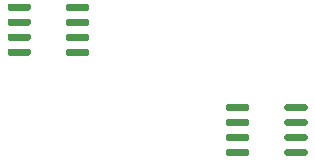
<source format=gtp>
G04 #@! TF.GenerationSoftware,KiCad,Pcbnew,(5.1.10)-1*
G04 #@! TF.CreationDate,2021-08-27T01:26:18-04:00*
G04 #@! TF.ProjectId,Water_Valve_Sensor,57617465-725f-4566-916c-76655f53656e,rev?*
G04 #@! TF.SameCoordinates,Original*
G04 #@! TF.FileFunction,Paste,Top*
G04 #@! TF.FilePolarity,Positive*
%FSLAX46Y46*%
G04 Gerber Fmt 4.6, Leading zero omitted, Abs format (unit mm)*
G04 Created by KiCad (PCBNEW (5.1.10)-1) date 2021-08-27 01:26:18*
%MOMM*%
%LPD*%
G01*
G04 APERTURE LIST*
G04 APERTURE END LIST*
G36*
G01*
X66000000Y-125745000D02*
X66000000Y-125445000D01*
G75*
G02*
X66150000Y-125295000I150000J0D01*
G01*
X67800000Y-125295000D01*
G75*
G02*
X67950000Y-125445000I0J-150000D01*
G01*
X67950000Y-125745000D01*
G75*
G02*
X67800000Y-125895000I-150000J0D01*
G01*
X66150000Y-125895000D01*
G75*
G02*
X66000000Y-125745000I0J150000D01*
G01*
G37*
G36*
G01*
X66000000Y-127015000D02*
X66000000Y-126715000D01*
G75*
G02*
X66150000Y-126565000I150000J0D01*
G01*
X67800000Y-126565000D01*
G75*
G02*
X67950000Y-126715000I0J-150000D01*
G01*
X67950000Y-127015000D01*
G75*
G02*
X67800000Y-127165000I-150000J0D01*
G01*
X66150000Y-127165000D01*
G75*
G02*
X66000000Y-127015000I0J150000D01*
G01*
G37*
G36*
G01*
X66000000Y-128285000D02*
X66000000Y-127985000D01*
G75*
G02*
X66150000Y-127835000I150000J0D01*
G01*
X67800000Y-127835000D01*
G75*
G02*
X67950000Y-127985000I0J-150000D01*
G01*
X67950000Y-128285000D01*
G75*
G02*
X67800000Y-128435000I-150000J0D01*
G01*
X66150000Y-128435000D01*
G75*
G02*
X66000000Y-128285000I0J150000D01*
G01*
G37*
G36*
G01*
X66000000Y-129555000D02*
X66000000Y-129255000D01*
G75*
G02*
X66150000Y-129105000I150000J0D01*
G01*
X67800000Y-129105000D01*
G75*
G02*
X67950000Y-129255000I0J-150000D01*
G01*
X67950000Y-129555000D01*
G75*
G02*
X67800000Y-129705000I-150000J0D01*
G01*
X66150000Y-129705000D01*
G75*
G02*
X66000000Y-129555000I0J150000D01*
G01*
G37*
G36*
G01*
X61050000Y-129555000D02*
X61050000Y-129255000D01*
G75*
G02*
X61200000Y-129105000I150000J0D01*
G01*
X62850000Y-129105000D01*
G75*
G02*
X63000000Y-129255000I0J-150000D01*
G01*
X63000000Y-129555000D01*
G75*
G02*
X62850000Y-129705000I-150000J0D01*
G01*
X61200000Y-129705000D01*
G75*
G02*
X61050000Y-129555000I0J150000D01*
G01*
G37*
G36*
G01*
X61050000Y-128285000D02*
X61050000Y-127985000D01*
G75*
G02*
X61200000Y-127835000I150000J0D01*
G01*
X62850000Y-127835000D01*
G75*
G02*
X63000000Y-127985000I0J-150000D01*
G01*
X63000000Y-128285000D01*
G75*
G02*
X62850000Y-128435000I-150000J0D01*
G01*
X61200000Y-128435000D01*
G75*
G02*
X61050000Y-128285000I0J150000D01*
G01*
G37*
G36*
G01*
X61050000Y-127015000D02*
X61050000Y-126715000D01*
G75*
G02*
X61200000Y-126565000I150000J0D01*
G01*
X62850000Y-126565000D01*
G75*
G02*
X63000000Y-126715000I0J-150000D01*
G01*
X63000000Y-127015000D01*
G75*
G02*
X62850000Y-127165000I-150000J0D01*
G01*
X61200000Y-127165000D01*
G75*
G02*
X61050000Y-127015000I0J150000D01*
G01*
G37*
G36*
G01*
X61050000Y-125745000D02*
X61050000Y-125445000D01*
G75*
G02*
X61200000Y-125295000I150000J0D01*
G01*
X62850000Y-125295000D01*
G75*
G02*
X63000000Y-125445000I0J-150000D01*
G01*
X63000000Y-125745000D01*
G75*
G02*
X62850000Y-125895000I-150000J0D01*
G01*
X61200000Y-125895000D01*
G75*
G02*
X61050000Y-125745000I0J150000D01*
G01*
G37*
G36*
G01*
X84500000Y-134245000D02*
X84500000Y-133945000D01*
G75*
G02*
X84650000Y-133795000I150000J0D01*
G01*
X86300000Y-133795000D01*
G75*
G02*
X86450000Y-133945000I0J-150000D01*
G01*
X86450000Y-134245000D01*
G75*
G02*
X86300000Y-134395000I-150000J0D01*
G01*
X84650000Y-134395000D01*
G75*
G02*
X84500000Y-134245000I0J150000D01*
G01*
G37*
G36*
G01*
X84500000Y-135515000D02*
X84500000Y-135215000D01*
G75*
G02*
X84650000Y-135065000I150000J0D01*
G01*
X86300000Y-135065000D01*
G75*
G02*
X86450000Y-135215000I0J-150000D01*
G01*
X86450000Y-135515000D01*
G75*
G02*
X86300000Y-135665000I-150000J0D01*
G01*
X84650000Y-135665000D01*
G75*
G02*
X84500000Y-135515000I0J150000D01*
G01*
G37*
G36*
G01*
X84500000Y-136785000D02*
X84500000Y-136485000D01*
G75*
G02*
X84650000Y-136335000I150000J0D01*
G01*
X86300000Y-136335000D01*
G75*
G02*
X86450000Y-136485000I0J-150000D01*
G01*
X86450000Y-136785000D01*
G75*
G02*
X86300000Y-136935000I-150000J0D01*
G01*
X84650000Y-136935000D01*
G75*
G02*
X84500000Y-136785000I0J150000D01*
G01*
G37*
G36*
G01*
X84500000Y-138055000D02*
X84500000Y-137755000D01*
G75*
G02*
X84650000Y-137605000I150000J0D01*
G01*
X86300000Y-137605000D01*
G75*
G02*
X86450000Y-137755000I0J-150000D01*
G01*
X86450000Y-138055000D01*
G75*
G02*
X86300000Y-138205000I-150000J0D01*
G01*
X84650000Y-138205000D01*
G75*
G02*
X84500000Y-138055000I0J150000D01*
G01*
G37*
G36*
G01*
X79550000Y-138055000D02*
X79550000Y-137755000D01*
G75*
G02*
X79700000Y-137605000I150000J0D01*
G01*
X81350000Y-137605000D01*
G75*
G02*
X81500000Y-137755000I0J-150000D01*
G01*
X81500000Y-138055000D01*
G75*
G02*
X81350000Y-138205000I-150000J0D01*
G01*
X79700000Y-138205000D01*
G75*
G02*
X79550000Y-138055000I0J150000D01*
G01*
G37*
G36*
G01*
X79550000Y-136785000D02*
X79550000Y-136485000D01*
G75*
G02*
X79700000Y-136335000I150000J0D01*
G01*
X81350000Y-136335000D01*
G75*
G02*
X81500000Y-136485000I0J-150000D01*
G01*
X81500000Y-136785000D01*
G75*
G02*
X81350000Y-136935000I-150000J0D01*
G01*
X79700000Y-136935000D01*
G75*
G02*
X79550000Y-136785000I0J150000D01*
G01*
G37*
G36*
G01*
X79550000Y-135515000D02*
X79550000Y-135215000D01*
G75*
G02*
X79700000Y-135065000I150000J0D01*
G01*
X81350000Y-135065000D01*
G75*
G02*
X81500000Y-135215000I0J-150000D01*
G01*
X81500000Y-135515000D01*
G75*
G02*
X81350000Y-135665000I-150000J0D01*
G01*
X79700000Y-135665000D01*
G75*
G02*
X79550000Y-135515000I0J150000D01*
G01*
G37*
G36*
G01*
X79550000Y-134245000D02*
X79550000Y-133945000D01*
G75*
G02*
X79700000Y-133795000I150000J0D01*
G01*
X81350000Y-133795000D01*
G75*
G02*
X81500000Y-133945000I0J-150000D01*
G01*
X81500000Y-134245000D01*
G75*
G02*
X81350000Y-134395000I-150000J0D01*
G01*
X79700000Y-134395000D01*
G75*
G02*
X79550000Y-134245000I0J150000D01*
G01*
G37*
M02*

</source>
